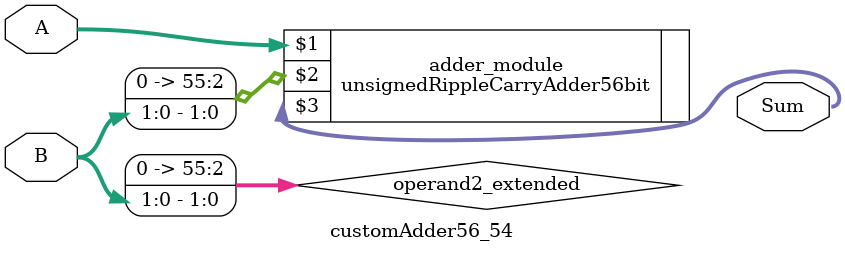
<source format=v>
module customAdder56_54(
                        input [55 : 0] A,
                        input [1 : 0] B,
                        
                        output [56 : 0] Sum
                );

        wire [55 : 0] operand2_extended;
        
        assign operand2_extended =  {54'b0, B};
        
        unsignedRippleCarryAdder56bit adder_module(
            A,
            operand2_extended,
            Sum
        );
        
        endmodule
        
</source>
